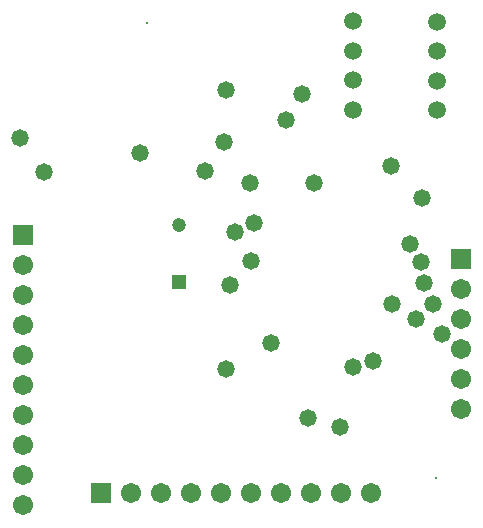
<source format=gbs>
G04 Layer_Color=16711935*
%FSLAX44Y44*%
%MOMM*%
G71*
G01*
G75*
%ADD30R,1.1938X1.1938*%
%ADD31C,1.1938*%
%ADD32C,1.4986*%
%ADD41C,0.2032*%
%ADD42R,1.7032X1.7032*%
%ADD43C,1.7032*%
%ADD44R,1.7032X1.7032*%
%ADD45C,1.4732*%
D30*
X152400Y205232D02*
D03*
D31*
Y254000D02*
D03*
D32*
X299720Y426321D02*
D03*
Y401320D02*
D03*
Y376319D02*
D03*
Y351318D02*
D03*
X370840Y425922D02*
D03*
Y400921D02*
D03*
Y375920D02*
D03*
Y350919D02*
D03*
D41*
X125000Y425000D02*
D03*
X370000Y40000D02*
D03*
D42*
X391160Y224790D02*
D03*
X20320Y245110D02*
D03*
D43*
X391160Y199390D02*
D03*
Y173990D02*
D03*
Y148590D02*
D03*
Y123190D02*
D03*
Y97790D02*
D03*
X20320Y16510D02*
D03*
Y41910D02*
D03*
Y67310D02*
D03*
Y92710D02*
D03*
Y219710D02*
D03*
Y194310D02*
D03*
Y168910D02*
D03*
Y143510D02*
D03*
Y118110D02*
D03*
X314960Y26670D02*
D03*
X289560D02*
D03*
X264160D02*
D03*
X238760D02*
D03*
X213360D02*
D03*
X187960D02*
D03*
X162560D02*
D03*
X137160D02*
D03*
X111760D02*
D03*
D44*
X86360D02*
D03*
D45*
X38100Y298450D02*
D03*
X374650Y161290D02*
D03*
X353060Y173990D02*
D03*
X367030Y186690D02*
D03*
X316230Y138430D02*
D03*
X299720Y133350D02*
D03*
X332740Y186690D02*
D03*
X288290Y82550D02*
D03*
X261620Y90170D02*
D03*
X230246Y154046D02*
D03*
X191770Y132080D02*
D03*
X331470Y303530D02*
D03*
X358140Y276860D02*
D03*
X213360Y223520D02*
D03*
X195580Y203200D02*
D03*
X199390Y247650D02*
D03*
X347980Y237490D02*
D03*
X242570Y342900D02*
D03*
X256540Y364490D02*
D03*
X212090Y289560D02*
D03*
X119380Y314960D02*
D03*
X17780Y327660D02*
D03*
X173990Y299720D02*
D03*
X191770Y368300D02*
D03*
X266700Y289560D02*
D03*
X190500Y323850D02*
D03*
X215900Y255270D02*
D03*
X360045Y204470D02*
D03*
X356870Y222250D02*
D03*
M02*

</source>
